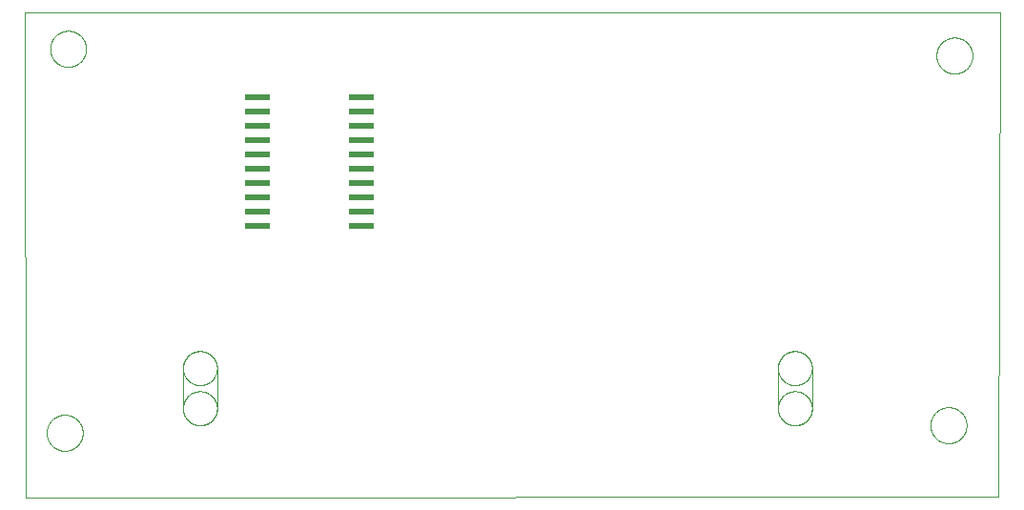
<source format=gtp>
G75*
%MOIN*%
%OFA0B0*%
%FSLAX25Y25*%
%IPPOS*%
%LPD*%
%AMOC8*
5,1,8,0,0,1.08239X$1,22.5*
%
%ADD10C,0.00000*%
%ADD11C,0.00009*%
%ADD12R,0.08661X0.02362*%
D10*
X0002378Y0001591D02*
X0001984Y0171394D01*
X0343008Y0171394D01*
X0342614Y0001984D01*
X0002378Y0001591D01*
X0009780Y0024346D02*
X0009782Y0024504D01*
X0009788Y0024662D01*
X0009798Y0024820D01*
X0009812Y0024978D01*
X0009830Y0025135D01*
X0009851Y0025292D01*
X0009877Y0025448D01*
X0009907Y0025604D01*
X0009940Y0025759D01*
X0009978Y0025912D01*
X0010019Y0026065D01*
X0010064Y0026217D01*
X0010113Y0026368D01*
X0010166Y0026517D01*
X0010222Y0026665D01*
X0010282Y0026811D01*
X0010346Y0026956D01*
X0010414Y0027099D01*
X0010485Y0027241D01*
X0010559Y0027381D01*
X0010637Y0027518D01*
X0010719Y0027654D01*
X0010803Y0027788D01*
X0010892Y0027919D01*
X0010983Y0028048D01*
X0011078Y0028175D01*
X0011175Y0028300D01*
X0011276Y0028422D01*
X0011380Y0028541D01*
X0011487Y0028658D01*
X0011597Y0028772D01*
X0011710Y0028883D01*
X0011825Y0028992D01*
X0011943Y0029097D01*
X0012064Y0029199D01*
X0012187Y0029299D01*
X0012313Y0029395D01*
X0012441Y0029488D01*
X0012571Y0029578D01*
X0012704Y0029664D01*
X0012839Y0029748D01*
X0012975Y0029827D01*
X0013114Y0029904D01*
X0013255Y0029976D01*
X0013397Y0030046D01*
X0013541Y0030111D01*
X0013687Y0030173D01*
X0013834Y0030231D01*
X0013983Y0030286D01*
X0014133Y0030337D01*
X0014284Y0030384D01*
X0014436Y0030427D01*
X0014589Y0030466D01*
X0014744Y0030502D01*
X0014899Y0030533D01*
X0015055Y0030561D01*
X0015211Y0030585D01*
X0015368Y0030605D01*
X0015526Y0030621D01*
X0015683Y0030633D01*
X0015842Y0030641D01*
X0016000Y0030645D01*
X0016158Y0030645D01*
X0016316Y0030641D01*
X0016475Y0030633D01*
X0016632Y0030621D01*
X0016790Y0030605D01*
X0016947Y0030585D01*
X0017103Y0030561D01*
X0017259Y0030533D01*
X0017414Y0030502D01*
X0017569Y0030466D01*
X0017722Y0030427D01*
X0017874Y0030384D01*
X0018025Y0030337D01*
X0018175Y0030286D01*
X0018324Y0030231D01*
X0018471Y0030173D01*
X0018617Y0030111D01*
X0018761Y0030046D01*
X0018903Y0029976D01*
X0019044Y0029904D01*
X0019183Y0029827D01*
X0019319Y0029748D01*
X0019454Y0029664D01*
X0019587Y0029578D01*
X0019717Y0029488D01*
X0019845Y0029395D01*
X0019971Y0029299D01*
X0020094Y0029199D01*
X0020215Y0029097D01*
X0020333Y0028992D01*
X0020448Y0028883D01*
X0020561Y0028772D01*
X0020671Y0028658D01*
X0020778Y0028541D01*
X0020882Y0028422D01*
X0020983Y0028300D01*
X0021080Y0028175D01*
X0021175Y0028048D01*
X0021266Y0027919D01*
X0021355Y0027788D01*
X0021439Y0027654D01*
X0021521Y0027518D01*
X0021599Y0027381D01*
X0021673Y0027241D01*
X0021744Y0027099D01*
X0021812Y0026956D01*
X0021876Y0026811D01*
X0021936Y0026665D01*
X0021992Y0026517D01*
X0022045Y0026368D01*
X0022094Y0026217D01*
X0022139Y0026065D01*
X0022180Y0025912D01*
X0022218Y0025759D01*
X0022251Y0025604D01*
X0022281Y0025448D01*
X0022307Y0025292D01*
X0022328Y0025135D01*
X0022346Y0024978D01*
X0022360Y0024820D01*
X0022370Y0024662D01*
X0022376Y0024504D01*
X0022378Y0024346D01*
X0022376Y0024188D01*
X0022370Y0024030D01*
X0022360Y0023872D01*
X0022346Y0023714D01*
X0022328Y0023557D01*
X0022307Y0023400D01*
X0022281Y0023244D01*
X0022251Y0023088D01*
X0022218Y0022933D01*
X0022180Y0022780D01*
X0022139Y0022627D01*
X0022094Y0022475D01*
X0022045Y0022324D01*
X0021992Y0022175D01*
X0021936Y0022027D01*
X0021876Y0021881D01*
X0021812Y0021736D01*
X0021744Y0021593D01*
X0021673Y0021451D01*
X0021599Y0021311D01*
X0021521Y0021174D01*
X0021439Y0021038D01*
X0021355Y0020904D01*
X0021266Y0020773D01*
X0021175Y0020644D01*
X0021080Y0020517D01*
X0020983Y0020392D01*
X0020882Y0020270D01*
X0020778Y0020151D01*
X0020671Y0020034D01*
X0020561Y0019920D01*
X0020448Y0019809D01*
X0020333Y0019700D01*
X0020215Y0019595D01*
X0020094Y0019493D01*
X0019971Y0019393D01*
X0019845Y0019297D01*
X0019717Y0019204D01*
X0019587Y0019114D01*
X0019454Y0019028D01*
X0019319Y0018944D01*
X0019183Y0018865D01*
X0019044Y0018788D01*
X0018903Y0018716D01*
X0018761Y0018646D01*
X0018617Y0018581D01*
X0018471Y0018519D01*
X0018324Y0018461D01*
X0018175Y0018406D01*
X0018025Y0018355D01*
X0017874Y0018308D01*
X0017722Y0018265D01*
X0017569Y0018226D01*
X0017414Y0018190D01*
X0017259Y0018159D01*
X0017103Y0018131D01*
X0016947Y0018107D01*
X0016790Y0018087D01*
X0016632Y0018071D01*
X0016475Y0018059D01*
X0016316Y0018051D01*
X0016158Y0018047D01*
X0016000Y0018047D01*
X0015842Y0018051D01*
X0015683Y0018059D01*
X0015526Y0018071D01*
X0015368Y0018087D01*
X0015211Y0018107D01*
X0015055Y0018131D01*
X0014899Y0018159D01*
X0014744Y0018190D01*
X0014589Y0018226D01*
X0014436Y0018265D01*
X0014284Y0018308D01*
X0014133Y0018355D01*
X0013983Y0018406D01*
X0013834Y0018461D01*
X0013687Y0018519D01*
X0013541Y0018581D01*
X0013397Y0018646D01*
X0013255Y0018716D01*
X0013114Y0018788D01*
X0012975Y0018865D01*
X0012839Y0018944D01*
X0012704Y0019028D01*
X0012571Y0019114D01*
X0012441Y0019204D01*
X0012313Y0019297D01*
X0012187Y0019393D01*
X0012064Y0019493D01*
X0011943Y0019595D01*
X0011825Y0019700D01*
X0011710Y0019809D01*
X0011597Y0019920D01*
X0011487Y0020034D01*
X0011380Y0020151D01*
X0011276Y0020270D01*
X0011175Y0020392D01*
X0011078Y0020517D01*
X0010983Y0020644D01*
X0010892Y0020773D01*
X0010803Y0020904D01*
X0010719Y0021038D01*
X0010637Y0021174D01*
X0010559Y0021311D01*
X0010485Y0021451D01*
X0010414Y0021593D01*
X0010346Y0021736D01*
X0010282Y0021881D01*
X0010222Y0022027D01*
X0010166Y0022175D01*
X0010113Y0022324D01*
X0010064Y0022475D01*
X0010019Y0022627D01*
X0009978Y0022780D01*
X0009940Y0022933D01*
X0009907Y0023088D01*
X0009877Y0023244D01*
X0009851Y0023400D01*
X0009830Y0023557D01*
X0009812Y0023714D01*
X0009798Y0023872D01*
X0009788Y0024030D01*
X0009782Y0024188D01*
X0009780Y0024346D01*
X0057428Y0032921D02*
X0057430Y0033075D01*
X0057436Y0033229D01*
X0057446Y0033382D01*
X0057460Y0033535D01*
X0057478Y0033688D01*
X0057499Y0033840D01*
X0057525Y0033992D01*
X0057555Y0034143D01*
X0057588Y0034293D01*
X0057626Y0034442D01*
X0057667Y0034591D01*
X0057712Y0034738D01*
X0057761Y0034884D01*
X0057814Y0035028D01*
X0057870Y0035171D01*
X0057930Y0035313D01*
X0057994Y0035453D01*
X0058061Y0035591D01*
X0058132Y0035728D01*
X0058206Y0035863D01*
X0058284Y0035995D01*
X0058365Y0036126D01*
X0058450Y0036255D01*
X0058537Y0036381D01*
X0058628Y0036505D01*
X0058723Y0036626D01*
X0058820Y0036746D01*
X0058920Y0036862D01*
X0059024Y0036976D01*
X0059130Y0037087D01*
X0059239Y0037196D01*
X0059351Y0037301D01*
X0059466Y0037404D01*
X0059583Y0037504D01*
X0059703Y0037600D01*
X0059825Y0037694D01*
X0059949Y0037784D01*
X0060076Y0037871D01*
X0060205Y0037955D01*
X0060337Y0038035D01*
X0060470Y0038112D01*
X0060605Y0038185D01*
X0060742Y0038255D01*
X0060881Y0038322D01*
X0061021Y0038384D01*
X0061163Y0038443D01*
X0061307Y0038499D01*
X0061452Y0038551D01*
X0061598Y0038598D01*
X0061745Y0038643D01*
X0061894Y0038683D01*
X0062043Y0038719D01*
X0062194Y0038752D01*
X0062345Y0038781D01*
X0062497Y0038805D01*
X0062649Y0038826D01*
X0062802Y0038843D01*
X0062955Y0038856D01*
X0063109Y0038865D01*
X0063263Y0038870D01*
X0063416Y0038871D01*
X0063570Y0038868D01*
X0063724Y0038861D01*
X0063877Y0038850D01*
X0064031Y0038835D01*
X0064183Y0038816D01*
X0064335Y0038793D01*
X0064487Y0038767D01*
X0064638Y0038736D01*
X0064788Y0038702D01*
X0064937Y0038663D01*
X0065084Y0038621D01*
X0065231Y0038575D01*
X0065377Y0038525D01*
X0065521Y0038472D01*
X0065664Y0038414D01*
X0065805Y0038353D01*
X0065945Y0038289D01*
X0066083Y0038221D01*
X0066219Y0038149D01*
X0066353Y0038074D01*
X0066485Y0037995D01*
X0066615Y0037913D01*
X0066743Y0037828D01*
X0066869Y0037739D01*
X0066992Y0037647D01*
X0067113Y0037552D01*
X0067232Y0037454D01*
X0067348Y0037353D01*
X0067461Y0037249D01*
X0067572Y0037142D01*
X0067679Y0037032D01*
X0067784Y0036919D01*
X0067886Y0036804D01*
X0067985Y0036686D01*
X0068081Y0036566D01*
X0068174Y0036443D01*
X0068263Y0036318D01*
X0068349Y0036191D01*
X0068432Y0036061D01*
X0068512Y0035929D01*
X0068588Y0035796D01*
X0068660Y0035660D01*
X0068729Y0035522D01*
X0068795Y0035383D01*
X0068857Y0035242D01*
X0068915Y0035100D01*
X0068969Y0034956D01*
X0069020Y0034811D01*
X0069067Y0034664D01*
X0069110Y0034517D01*
X0069149Y0034368D01*
X0069185Y0034218D01*
X0069216Y0034068D01*
X0069244Y0033916D01*
X0069268Y0033764D01*
X0069288Y0033612D01*
X0069304Y0033459D01*
X0069316Y0033305D01*
X0069324Y0033152D01*
X0069328Y0032998D01*
X0069328Y0032844D01*
X0069324Y0032690D01*
X0069316Y0032537D01*
X0069304Y0032383D01*
X0069288Y0032230D01*
X0069268Y0032078D01*
X0069244Y0031926D01*
X0069216Y0031774D01*
X0069185Y0031624D01*
X0069149Y0031474D01*
X0069110Y0031325D01*
X0069067Y0031178D01*
X0069020Y0031031D01*
X0068969Y0030886D01*
X0068915Y0030742D01*
X0068857Y0030600D01*
X0068795Y0030459D01*
X0068729Y0030320D01*
X0068660Y0030182D01*
X0068588Y0030046D01*
X0068512Y0029913D01*
X0068432Y0029781D01*
X0068349Y0029651D01*
X0068263Y0029524D01*
X0068174Y0029399D01*
X0068081Y0029276D01*
X0067985Y0029156D01*
X0067886Y0029038D01*
X0067784Y0028923D01*
X0067679Y0028810D01*
X0067572Y0028700D01*
X0067461Y0028593D01*
X0067348Y0028489D01*
X0067232Y0028388D01*
X0067113Y0028290D01*
X0066992Y0028195D01*
X0066869Y0028103D01*
X0066743Y0028014D01*
X0066615Y0027929D01*
X0066485Y0027847D01*
X0066353Y0027768D01*
X0066219Y0027693D01*
X0066083Y0027621D01*
X0065945Y0027553D01*
X0065805Y0027489D01*
X0065664Y0027428D01*
X0065521Y0027370D01*
X0065377Y0027317D01*
X0065231Y0027267D01*
X0065084Y0027221D01*
X0064937Y0027179D01*
X0064788Y0027140D01*
X0064638Y0027106D01*
X0064487Y0027075D01*
X0064335Y0027049D01*
X0064183Y0027026D01*
X0064031Y0027007D01*
X0063877Y0026992D01*
X0063724Y0026981D01*
X0063570Y0026974D01*
X0063416Y0026971D01*
X0063263Y0026972D01*
X0063109Y0026977D01*
X0062955Y0026986D01*
X0062802Y0026999D01*
X0062649Y0027016D01*
X0062497Y0027037D01*
X0062345Y0027061D01*
X0062194Y0027090D01*
X0062043Y0027123D01*
X0061894Y0027159D01*
X0061745Y0027199D01*
X0061598Y0027244D01*
X0061452Y0027291D01*
X0061307Y0027343D01*
X0061163Y0027399D01*
X0061021Y0027458D01*
X0060881Y0027520D01*
X0060742Y0027587D01*
X0060605Y0027657D01*
X0060470Y0027730D01*
X0060337Y0027807D01*
X0060205Y0027887D01*
X0060076Y0027971D01*
X0059949Y0028058D01*
X0059825Y0028148D01*
X0059703Y0028242D01*
X0059583Y0028338D01*
X0059466Y0028438D01*
X0059351Y0028541D01*
X0059239Y0028646D01*
X0059130Y0028755D01*
X0059024Y0028866D01*
X0058920Y0028980D01*
X0058820Y0029096D01*
X0058723Y0029216D01*
X0058628Y0029337D01*
X0058537Y0029461D01*
X0058450Y0029587D01*
X0058365Y0029716D01*
X0058284Y0029847D01*
X0058206Y0029979D01*
X0058132Y0030114D01*
X0058061Y0030251D01*
X0057994Y0030389D01*
X0057930Y0030529D01*
X0057870Y0030671D01*
X0057814Y0030814D01*
X0057761Y0030958D01*
X0057712Y0031104D01*
X0057667Y0031251D01*
X0057626Y0031400D01*
X0057588Y0031549D01*
X0057555Y0031699D01*
X0057525Y0031850D01*
X0057499Y0032002D01*
X0057478Y0032154D01*
X0057460Y0032307D01*
X0057446Y0032460D01*
X0057436Y0032613D01*
X0057430Y0032767D01*
X0057428Y0032921D01*
X0057378Y0032921D02*
X0057380Y0032768D01*
X0057386Y0032615D01*
X0057396Y0032462D01*
X0057409Y0032309D01*
X0057427Y0032157D01*
X0057448Y0032005D01*
X0057474Y0031854D01*
X0057503Y0031704D01*
X0057536Y0031554D01*
X0057573Y0031405D01*
X0057613Y0031257D01*
X0057658Y0031111D01*
X0057706Y0030965D01*
X0057758Y0030821D01*
X0057813Y0030678D01*
X0057872Y0030537D01*
X0057935Y0030397D01*
X0058001Y0030259D01*
X0058071Y0030122D01*
X0058144Y0029988D01*
X0058221Y0029855D01*
X0058301Y0029724D01*
X0058384Y0029596D01*
X0058470Y0029469D01*
X0058560Y0029345D01*
X0058653Y0029223D01*
X0058749Y0029104D01*
X0058848Y0028987D01*
X0058950Y0028872D01*
X0059055Y0028760D01*
X0059163Y0028651D01*
X0059273Y0028545D01*
X0059386Y0028442D01*
X0059502Y0028341D01*
X0059620Y0028244D01*
X0059741Y0028149D01*
X0059864Y0028058D01*
X0059989Y0027970D01*
X0060117Y0027885D01*
X0060246Y0027803D01*
X0060378Y0027725D01*
X0060512Y0027650D01*
X0060647Y0027578D01*
X0060785Y0027510D01*
X0060924Y0027446D01*
X0061064Y0027385D01*
X0061206Y0027328D01*
X0061350Y0027274D01*
X0061495Y0027224D01*
X0061641Y0027178D01*
X0061788Y0027135D01*
X0061936Y0027097D01*
X0062086Y0027062D01*
X0062236Y0027031D01*
X0062386Y0027003D01*
X0062538Y0026980D01*
X0062690Y0026961D01*
X0062842Y0026945D01*
X0062995Y0026933D01*
X0063148Y0026925D01*
X0063301Y0026921D01*
X0063455Y0026921D01*
X0063608Y0026925D01*
X0063761Y0026933D01*
X0063914Y0026945D01*
X0064066Y0026961D01*
X0064218Y0026980D01*
X0064370Y0027003D01*
X0064520Y0027031D01*
X0064670Y0027062D01*
X0064820Y0027097D01*
X0064968Y0027135D01*
X0065115Y0027178D01*
X0065261Y0027224D01*
X0065406Y0027274D01*
X0065550Y0027328D01*
X0065692Y0027385D01*
X0065832Y0027446D01*
X0065971Y0027510D01*
X0066109Y0027578D01*
X0066244Y0027650D01*
X0066378Y0027725D01*
X0066510Y0027803D01*
X0066639Y0027885D01*
X0066767Y0027970D01*
X0066892Y0028058D01*
X0067015Y0028149D01*
X0067136Y0028244D01*
X0067254Y0028341D01*
X0067370Y0028442D01*
X0067483Y0028545D01*
X0067593Y0028651D01*
X0067701Y0028760D01*
X0067806Y0028872D01*
X0067908Y0028987D01*
X0068007Y0029104D01*
X0068103Y0029223D01*
X0068196Y0029345D01*
X0068286Y0029469D01*
X0068372Y0029596D01*
X0068455Y0029724D01*
X0068535Y0029855D01*
X0068612Y0029988D01*
X0068685Y0030122D01*
X0068755Y0030259D01*
X0068821Y0030397D01*
X0068884Y0030537D01*
X0068943Y0030678D01*
X0068998Y0030821D01*
X0069050Y0030965D01*
X0069098Y0031111D01*
X0069143Y0031257D01*
X0069183Y0031405D01*
X0069220Y0031554D01*
X0069253Y0031704D01*
X0069282Y0031854D01*
X0069308Y0032005D01*
X0069329Y0032157D01*
X0069347Y0032309D01*
X0069360Y0032462D01*
X0069370Y0032615D01*
X0069376Y0032768D01*
X0069378Y0032921D01*
X0057428Y0046921D02*
X0057430Y0047075D01*
X0057436Y0047229D01*
X0057446Y0047382D01*
X0057460Y0047535D01*
X0057478Y0047688D01*
X0057499Y0047840D01*
X0057525Y0047992D01*
X0057555Y0048143D01*
X0057588Y0048293D01*
X0057626Y0048442D01*
X0057667Y0048591D01*
X0057712Y0048738D01*
X0057761Y0048884D01*
X0057814Y0049028D01*
X0057870Y0049171D01*
X0057930Y0049313D01*
X0057994Y0049453D01*
X0058061Y0049591D01*
X0058132Y0049728D01*
X0058206Y0049863D01*
X0058284Y0049995D01*
X0058365Y0050126D01*
X0058450Y0050255D01*
X0058537Y0050381D01*
X0058628Y0050505D01*
X0058723Y0050626D01*
X0058820Y0050746D01*
X0058920Y0050862D01*
X0059024Y0050976D01*
X0059130Y0051087D01*
X0059239Y0051196D01*
X0059351Y0051301D01*
X0059466Y0051404D01*
X0059583Y0051504D01*
X0059703Y0051600D01*
X0059825Y0051694D01*
X0059949Y0051784D01*
X0060076Y0051871D01*
X0060205Y0051955D01*
X0060337Y0052035D01*
X0060470Y0052112D01*
X0060605Y0052185D01*
X0060742Y0052255D01*
X0060881Y0052322D01*
X0061021Y0052384D01*
X0061163Y0052443D01*
X0061307Y0052499D01*
X0061452Y0052551D01*
X0061598Y0052598D01*
X0061745Y0052643D01*
X0061894Y0052683D01*
X0062043Y0052719D01*
X0062194Y0052752D01*
X0062345Y0052781D01*
X0062497Y0052805D01*
X0062649Y0052826D01*
X0062802Y0052843D01*
X0062955Y0052856D01*
X0063109Y0052865D01*
X0063263Y0052870D01*
X0063416Y0052871D01*
X0063570Y0052868D01*
X0063724Y0052861D01*
X0063877Y0052850D01*
X0064031Y0052835D01*
X0064183Y0052816D01*
X0064335Y0052793D01*
X0064487Y0052767D01*
X0064638Y0052736D01*
X0064788Y0052702D01*
X0064937Y0052663D01*
X0065084Y0052621D01*
X0065231Y0052575D01*
X0065377Y0052525D01*
X0065521Y0052472D01*
X0065664Y0052414D01*
X0065805Y0052353D01*
X0065945Y0052289D01*
X0066083Y0052221D01*
X0066219Y0052149D01*
X0066353Y0052074D01*
X0066485Y0051995D01*
X0066615Y0051913D01*
X0066743Y0051828D01*
X0066869Y0051739D01*
X0066992Y0051647D01*
X0067113Y0051552D01*
X0067232Y0051454D01*
X0067348Y0051353D01*
X0067461Y0051249D01*
X0067572Y0051142D01*
X0067679Y0051032D01*
X0067784Y0050919D01*
X0067886Y0050804D01*
X0067985Y0050686D01*
X0068081Y0050566D01*
X0068174Y0050443D01*
X0068263Y0050318D01*
X0068349Y0050191D01*
X0068432Y0050061D01*
X0068512Y0049929D01*
X0068588Y0049796D01*
X0068660Y0049660D01*
X0068729Y0049522D01*
X0068795Y0049383D01*
X0068857Y0049242D01*
X0068915Y0049100D01*
X0068969Y0048956D01*
X0069020Y0048811D01*
X0069067Y0048664D01*
X0069110Y0048517D01*
X0069149Y0048368D01*
X0069185Y0048218D01*
X0069216Y0048068D01*
X0069244Y0047916D01*
X0069268Y0047764D01*
X0069288Y0047612D01*
X0069304Y0047459D01*
X0069316Y0047305D01*
X0069324Y0047152D01*
X0069328Y0046998D01*
X0069328Y0046844D01*
X0069324Y0046690D01*
X0069316Y0046537D01*
X0069304Y0046383D01*
X0069288Y0046230D01*
X0069268Y0046078D01*
X0069244Y0045926D01*
X0069216Y0045774D01*
X0069185Y0045624D01*
X0069149Y0045474D01*
X0069110Y0045325D01*
X0069067Y0045178D01*
X0069020Y0045031D01*
X0068969Y0044886D01*
X0068915Y0044742D01*
X0068857Y0044600D01*
X0068795Y0044459D01*
X0068729Y0044320D01*
X0068660Y0044182D01*
X0068588Y0044046D01*
X0068512Y0043913D01*
X0068432Y0043781D01*
X0068349Y0043651D01*
X0068263Y0043524D01*
X0068174Y0043399D01*
X0068081Y0043276D01*
X0067985Y0043156D01*
X0067886Y0043038D01*
X0067784Y0042923D01*
X0067679Y0042810D01*
X0067572Y0042700D01*
X0067461Y0042593D01*
X0067348Y0042489D01*
X0067232Y0042388D01*
X0067113Y0042290D01*
X0066992Y0042195D01*
X0066869Y0042103D01*
X0066743Y0042014D01*
X0066615Y0041929D01*
X0066485Y0041847D01*
X0066353Y0041768D01*
X0066219Y0041693D01*
X0066083Y0041621D01*
X0065945Y0041553D01*
X0065805Y0041489D01*
X0065664Y0041428D01*
X0065521Y0041370D01*
X0065377Y0041317D01*
X0065231Y0041267D01*
X0065084Y0041221D01*
X0064937Y0041179D01*
X0064788Y0041140D01*
X0064638Y0041106D01*
X0064487Y0041075D01*
X0064335Y0041049D01*
X0064183Y0041026D01*
X0064031Y0041007D01*
X0063877Y0040992D01*
X0063724Y0040981D01*
X0063570Y0040974D01*
X0063416Y0040971D01*
X0063263Y0040972D01*
X0063109Y0040977D01*
X0062955Y0040986D01*
X0062802Y0040999D01*
X0062649Y0041016D01*
X0062497Y0041037D01*
X0062345Y0041061D01*
X0062194Y0041090D01*
X0062043Y0041123D01*
X0061894Y0041159D01*
X0061745Y0041199D01*
X0061598Y0041244D01*
X0061452Y0041291D01*
X0061307Y0041343D01*
X0061163Y0041399D01*
X0061021Y0041458D01*
X0060881Y0041520D01*
X0060742Y0041587D01*
X0060605Y0041657D01*
X0060470Y0041730D01*
X0060337Y0041807D01*
X0060205Y0041887D01*
X0060076Y0041971D01*
X0059949Y0042058D01*
X0059825Y0042148D01*
X0059703Y0042242D01*
X0059583Y0042338D01*
X0059466Y0042438D01*
X0059351Y0042541D01*
X0059239Y0042646D01*
X0059130Y0042755D01*
X0059024Y0042866D01*
X0058920Y0042980D01*
X0058820Y0043096D01*
X0058723Y0043216D01*
X0058628Y0043337D01*
X0058537Y0043461D01*
X0058450Y0043587D01*
X0058365Y0043716D01*
X0058284Y0043847D01*
X0058206Y0043979D01*
X0058132Y0044114D01*
X0058061Y0044251D01*
X0057994Y0044389D01*
X0057930Y0044529D01*
X0057870Y0044671D01*
X0057814Y0044814D01*
X0057761Y0044958D01*
X0057712Y0045104D01*
X0057667Y0045251D01*
X0057626Y0045400D01*
X0057588Y0045549D01*
X0057555Y0045699D01*
X0057525Y0045850D01*
X0057499Y0046002D01*
X0057478Y0046154D01*
X0057460Y0046307D01*
X0057446Y0046460D01*
X0057436Y0046613D01*
X0057430Y0046767D01*
X0057428Y0046921D01*
X0057378Y0046921D02*
X0057380Y0047074D01*
X0057386Y0047227D01*
X0057396Y0047380D01*
X0057409Y0047533D01*
X0057427Y0047685D01*
X0057448Y0047837D01*
X0057474Y0047988D01*
X0057503Y0048138D01*
X0057536Y0048288D01*
X0057573Y0048437D01*
X0057613Y0048585D01*
X0057658Y0048731D01*
X0057706Y0048877D01*
X0057758Y0049021D01*
X0057813Y0049164D01*
X0057872Y0049305D01*
X0057935Y0049445D01*
X0058001Y0049583D01*
X0058071Y0049720D01*
X0058144Y0049854D01*
X0058221Y0049987D01*
X0058301Y0050118D01*
X0058384Y0050246D01*
X0058470Y0050373D01*
X0058560Y0050497D01*
X0058653Y0050619D01*
X0058749Y0050738D01*
X0058848Y0050855D01*
X0058950Y0050970D01*
X0059055Y0051082D01*
X0059163Y0051191D01*
X0059273Y0051297D01*
X0059386Y0051400D01*
X0059502Y0051501D01*
X0059620Y0051598D01*
X0059741Y0051693D01*
X0059864Y0051784D01*
X0059989Y0051872D01*
X0060117Y0051957D01*
X0060246Y0052039D01*
X0060378Y0052117D01*
X0060512Y0052192D01*
X0060647Y0052264D01*
X0060785Y0052332D01*
X0060924Y0052396D01*
X0061064Y0052457D01*
X0061206Y0052514D01*
X0061350Y0052568D01*
X0061495Y0052618D01*
X0061641Y0052664D01*
X0061788Y0052707D01*
X0061936Y0052745D01*
X0062086Y0052780D01*
X0062236Y0052811D01*
X0062386Y0052839D01*
X0062538Y0052862D01*
X0062690Y0052881D01*
X0062842Y0052897D01*
X0062995Y0052909D01*
X0063148Y0052917D01*
X0063301Y0052921D01*
X0063455Y0052921D01*
X0063608Y0052917D01*
X0063761Y0052909D01*
X0063914Y0052897D01*
X0064066Y0052881D01*
X0064218Y0052862D01*
X0064370Y0052839D01*
X0064520Y0052811D01*
X0064670Y0052780D01*
X0064820Y0052745D01*
X0064968Y0052707D01*
X0065115Y0052664D01*
X0065261Y0052618D01*
X0065406Y0052568D01*
X0065550Y0052514D01*
X0065692Y0052457D01*
X0065832Y0052396D01*
X0065971Y0052332D01*
X0066109Y0052264D01*
X0066244Y0052192D01*
X0066378Y0052117D01*
X0066510Y0052039D01*
X0066639Y0051957D01*
X0066767Y0051872D01*
X0066892Y0051784D01*
X0067015Y0051693D01*
X0067136Y0051598D01*
X0067254Y0051501D01*
X0067370Y0051400D01*
X0067483Y0051297D01*
X0067593Y0051191D01*
X0067701Y0051082D01*
X0067806Y0050970D01*
X0067908Y0050855D01*
X0068007Y0050738D01*
X0068103Y0050619D01*
X0068196Y0050497D01*
X0068286Y0050373D01*
X0068372Y0050246D01*
X0068455Y0050118D01*
X0068535Y0049987D01*
X0068612Y0049854D01*
X0068685Y0049720D01*
X0068755Y0049583D01*
X0068821Y0049445D01*
X0068884Y0049305D01*
X0068943Y0049164D01*
X0068998Y0049021D01*
X0069050Y0048877D01*
X0069098Y0048731D01*
X0069143Y0048585D01*
X0069183Y0048437D01*
X0069220Y0048288D01*
X0069253Y0048138D01*
X0069282Y0047988D01*
X0069308Y0047837D01*
X0069329Y0047685D01*
X0069347Y0047533D01*
X0069360Y0047380D01*
X0069370Y0047227D01*
X0069376Y0047074D01*
X0069378Y0046921D01*
X0265428Y0046921D02*
X0265430Y0047075D01*
X0265436Y0047229D01*
X0265446Y0047382D01*
X0265460Y0047535D01*
X0265478Y0047688D01*
X0265499Y0047840D01*
X0265525Y0047992D01*
X0265555Y0048143D01*
X0265588Y0048293D01*
X0265626Y0048442D01*
X0265667Y0048591D01*
X0265712Y0048738D01*
X0265761Y0048884D01*
X0265814Y0049028D01*
X0265870Y0049171D01*
X0265930Y0049313D01*
X0265994Y0049453D01*
X0266061Y0049591D01*
X0266132Y0049728D01*
X0266206Y0049863D01*
X0266284Y0049995D01*
X0266365Y0050126D01*
X0266450Y0050255D01*
X0266537Y0050381D01*
X0266628Y0050505D01*
X0266723Y0050626D01*
X0266820Y0050746D01*
X0266920Y0050862D01*
X0267024Y0050976D01*
X0267130Y0051087D01*
X0267239Y0051196D01*
X0267351Y0051301D01*
X0267466Y0051404D01*
X0267583Y0051504D01*
X0267703Y0051600D01*
X0267825Y0051694D01*
X0267949Y0051784D01*
X0268076Y0051871D01*
X0268205Y0051955D01*
X0268337Y0052035D01*
X0268470Y0052112D01*
X0268605Y0052185D01*
X0268742Y0052255D01*
X0268881Y0052322D01*
X0269021Y0052384D01*
X0269163Y0052443D01*
X0269307Y0052499D01*
X0269452Y0052551D01*
X0269598Y0052598D01*
X0269745Y0052643D01*
X0269894Y0052683D01*
X0270043Y0052719D01*
X0270194Y0052752D01*
X0270345Y0052781D01*
X0270497Y0052805D01*
X0270649Y0052826D01*
X0270802Y0052843D01*
X0270955Y0052856D01*
X0271109Y0052865D01*
X0271263Y0052870D01*
X0271416Y0052871D01*
X0271570Y0052868D01*
X0271724Y0052861D01*
X0271877Y0052850D01*
X0272031Y0052835D01*
X0272183Y0052816D01*
X0272335Y0052793D01*
X0272487Y0052767D01*
X0272638Y0052736D01*
X0272788Y0052702D01*
X0272937Y0052663D01*
X0273084Y0052621D01*
X0273231Y0052575D01*
X0273377Y0052525D01*
X0273521Y0052472D01*
X0273664Y0052414D01*
X0273805Y0052353D01*
X0273945Y0052289D01*
X0274083Y0052221D01*
X0274219Y0052149D01*
X0274353Y0052074D01*
X0274485Y0051995D01*
X0274615Y0051913D01*
X0274743Y0051828D01*
X0274869Y0051739D01*
X0274992Y0051647D01*
X0275113Y0051552D01*
X0275232Y0051454D01*
X0275348Y0051353D01*
X0275461Y0051249D01*
X0275572Y0051142D01*
X0275679Y0051032D01*
X0275784Y0050919D01*
X0275886Y0050804D01*
X0275985Y0050686D01*
X0276081Y0050566D01*
X0276174Y0050443D01*
X0276263Y0050318D01*
X0276349Y0050191D01*
X0276432Y0050061D01*
X0276512Y0049929D01*
X0276588Y0049796D01*
X0276660Y0049660D01*
X0276729Y0049522D01*
X0276795Y0049383D01*
X0276857Y0049242D01*
X0276915Y0049100D01*
X0276969Y0048956D01*
X0277020Y0048811D01*
X0277067Y0048664D01*
X0277110Y0048517D01*
X0277149Y0048368D01*
X0277185Y0048218D01*
X0277216Y0048068D01*
X0277244Y0047916D01*
X0277268Y0047764D01*
X0277288Y0047612D01*
X0277304Y0047459D01*
X0277316Y0047305D01*
X0277324Y0047152D01*
X0277328Y0046998D01*
X0277328Y0046844D01*
X0277324Y0046690D01*
X0277316Y0046537D01*
X0277304Y0046383D01*
X0277288Y0046230D01*
X0277268Y0046078D01*
X0277244Y0045926D01*
X0277216Y0045774D01*
X0277185Y0045624D01*
X0277149Y0045474D01*
X0277110Y0045325D01*
X0277067Y0045178D01*
X0277020Y0045031D01*
X0276969Y0044886D01*
X0276915Y0044742D01*
X0276857Y0044600D01*
X0276795Y0044459D01*
X0276729Y0044320D01*
X0276660Y0044182D01*
X0276588Y0044046D01*
X0276512Y0043913D01*
X0276432Y0043781D01*
X0276349Y0043651D01*
X0276263Y0043524D01*
X0276174Y0043399D01*
X0276081Y0043276D01*
X0275985Y0043156D01*
X0275886Y0043038D01*
X0275784Y0042923D01*
X0275679Y0042810D01*
X0275572Y0042700D01*
X0275461Y0042593D01*
X0275348Y0042489D01*
X0275232Y0042388D01*
X0275113Y0042290D01*
X0274992Y0042195D01*
X0274869Y0042103D01*
X0274743Y0042014D01*
X0274615Y0041929D01*
X0274485Y0041847D01*
X0274353Y0041768D01*
X0274219Y0041693D01*
X0274083Y0041621D01*
X0273945Y0041553D01*
X0273805Y0041489D01*
X0273664Y0041428D01*
X0273521Y0041370D01*
X0273377Y0041317D01*
X0273231Y0041267D01*
X0273084Y0041221D01*
X0272937Y0041179D01*
X0272788Y0041140D01*
X0272638Y0041106D01*
X0272487Y0041075D01*
X0272335Y0041049D01*
X0272183Y0041026D01*
X0272031Y0041007D01*
X0271877Y0040992D01*
X0271724Y0040981D01*
X0271570Y0040974D01*
X0271416Y0040971D01*
X0271263Y0040972D01*
X0271109Y0040977D01*
X0270955Y0040986D01*
X0270802Y0040999D01*
X0270649Y0041016D01*
X0270497Y0041037D01*
X0270345Y0041061D01*
X0270194Y0041090D01*
X0270043Y0041123D01*
X0269894Y0041159D01*
X0269745Y0041199D01*
X0269598Y0041244D01*
X0269452Y0041291D01*
X0269307Y0041343D01*
X0269163Y0041399D01*
X0269021Y0041458D01*
X0268881Y0041520D01*
X0268742Y0041587D01*
X0268605Y0041657D01*
X0268470Y0041730D01*
X0268337Y0041807D01*
X0268205Y0041887D01*
X0268076Y0041971D01*
X0267949Y0042058D01*
X0267825Y0042148D01*
X0267703Y0042242D01*
X0267583Y0042338D01*
X0267466Y0042438D01*
X0267351Y0042541D01*
X0267239Y0042646D01*
X0267130Y0042755D01*
X0267024Y0042866D01*
X0266920Y0042980D01*
X0266820Y0043096D01*
X0266723Y0043216D01*
X0266628Y0043337D01*
X0266537Y0043461D01*
X0266450Y0043587D01*
X0266365Y0043716D01*
X0266284Y0043847D01*
X0266206Y0043979D01*
X0266132Y0044114D01*
X0266061Y0044251D01*
X0265994Y0044389D01*
X0265930Y0044529D01*
X0265870Y0044671D01*
X0265814Y0044814D01*
X0265761Y0044958D01*
X0265712Y0045104D01*
X0265667Y0045251D01*
X0265626Y0045400D01*
X0265588Y0045549D01*
X0265555Y0045699D01*
X0265525Y0045850D01*
X0265499Y0046002D01*
X0265478Y0046154D01*
X0265460Y0046307D01*
X0265446Y0046460D01*
X0265436Y0046613D01*
X0265430Y0046767D01*
X0265428Y0046921D01*
X0265378Y0046921D02*
X0265380Y0047074D01*
X0265386Y0047227D01*
X0265396Y0047380D01*
X0265409Y0047533D01*
X0265427Y0047685D01*
X0265448Y0047837D01*
X0265474Y0047988D01*
X0265503Y0048138D01*
X0265536Y0048288D01*
X0265573Y0048437D01*
X0265613Y0048585D01*
X0265658Y0048731D01*
X0265706Y0048877D01*
X0265758Y0049021D01*
X0265813Y0049164D01*
X0265872Y0049305D01*
X0265935Y0049445D01*
X0266001Y0049583D01*
X0266071Y0049720D01*
X0266144Y0049854D01*
X0266221Y0049987D01*
X0266301Y0050118D01*
X0266384Y0050246D01*
X0266470Y0050373D01*
X0266560Y0050497D01*
X0266653Y0050619D01*
X0266749Y0050738D01*
X0266848Y0050855D01*
X0266950Y0050970D01*
X0267055Y0051082D01*
X0267163Y0051191D01*
X0267273Y0051297D01*
X0267386Y0051400D01*
X0267502Y0051501D01*
X0267620Y0051598D01*
X0267741Y0051693D01*
X0267864Y0051784D01*
X0267989Y0051872D01*
X0268117Y0051957D01*
X0268246Y0052039D01*
X0268378Y0052117D01*
X0268512Y0052192D01*
X0268647Y0052264D01*
X0268785Y0052332D01*
X0268924Y0052396D01*
X0269064Y0052457D01*
X0269206Y0052514D01*
X0269350Y0052568D01*
X0269495Y0052618D01*
X0269641Y0052664D01*
X0269788Y0052707D01*
X0269936Y0052745D01*
X0270086Y0052780D01*
X0270236Y0052811D01*
X0270386Y0052839D01*
X0270538Y0052862D01*
X0270690Y0052881D01*
X0270842Y0052897D01*
X0270995Y0052909D01*
X0271148Y0052917D01*
X0271301Y0052921D01*
X0271455Y0052921D01*
X0271608Y0052917D01*
X0271761Y0052909D01*
X0271914Y0052897D01*
X0272066Y0052881D01*
X0272218Y0052862D01*
X0272370Y0052839D01*
X0272520Y0052811D01*
X0272670Y0052780D01*
X0272820Y0052745D01*
X0272968Y0052707D01*
X0273115Y0052664D01*
X0273261Y0052618D01*
X0273406Y0052568D01*
X0273550Y0052514D01*
X0273692Y0052457D01*
X0273832Y0052396D01*
X0273971Y0052332D01*
X0274109Y0052264D01*
X0274244Y0052192D01*
X0274378Y0052117D01*
X0274510Y0052039D01*
X0274639Y0051957D01*
X0274767Y0051872D01*
X0274892Y0051784D01*
X0275015Y0051693D01*
X0275136Y0051598D01*
X0275254Y0051501D01*
X0275370Y0051400D01*
X0275483Y0051297D01*
X0275593Y0051191D01*
X0275701Y0051082D01*
X0275806Y0050970D01*
X0275908Y0050855D01*
X0276007Y0050738D01*
X0276103Y0050619D01*
X0276196Y0050497D01*
X0276286Y0050373D01*
X0276372Y0050246D01*
X0276455Y0050118D01*
X0276535Y0049987D01*
X0276612Y0049854D01*
X0276685Y0049720D01*
X0276755Y0049583D01*
X0276821Y0049445D01*
X0276884Y0049305D01*
X0276943Y0049164D01*
X0276998Y0049021D01*
X0277050Y0048877D01*
X0277098Y0048731D01*
X0277143Y0048585D01*
X0277183Y0048437D01*
X0277220Y0048288D01*
X0277253Y0048138D01*
X0277282Y0047988D01*
X0277308Y0047837D01*
X0277329Y0047685D01*
X0277347Y0047533D01*
X0277360Y0047380D01*
X0277370Y0047227D01*
X0277376Y0047074D01*
X0277378Y0046921D01*
X0265428Y0032921D02*
X0265430Y0033075D01*
X0265436Y0033229D01*
X0265446Y0033382D01*
X0265460Y0033535D01*
X0265478Y0033688D01*
X0265499Y0033840D01*
X0265525Y0033992D01*
X0265555Y0034143D01*
X0265588Y0034293D01*
X0265626Y0034442D01*
X0265667Y0034591D01*
X0265712Y0034738D01*
X0265761Y0034884D01*
X0265814Y0035028D01*
X0265870Y0035171D01*
X0265930Y0035313D01*
X0265994Y0035453D01*
X0266061Y0035591D01*
X0266132Y0035728D01*
X0266206Y0035863D01*
X0266284Y0035995D01*
X0266365Y0036126D01*
X0266450Y0036255D01*
X0266537Y0036381D01*
X0266628Y0036505D01*
X0266723Y0036626D01*
X0266820Y0036746D01*
X0266920Y0036862D01*
X0267024Y0036976D01*
X0267130Y0037087D01*
X0267239Y0037196D01*
X0267351Y0037301D01*
X0267466Y0037404D01*
X0267583Y0037504D01*
X0267703Y0037600D01*
X0267825Y0037694D01*
X0267949Y0037784D01*
X0268076Y0037871D01*
X0268205Y0037955D01*
X0268337Y0038035D01*
X0268470Y0038112D01*
X0268605Y0038185D01*
X0268742Y0038255D01*
X0268881Y0038322D01*
X0269021Y0038384D01*
X0269163Y0038443D01*
X0269307Y0038499D01*
X0269452Y0038551D01*
X0269598Y0038598D01*
X0269745Y0038643D01*
X0269894Y0038683D01*
X0270043Y0038719D01*
X0270194Y0038752D01*
X0270345Y0038781D01*
X0270497Y0038805D01*
X0270649Y0038826D01*
X0270802Y0038843D01*
X0270955Y0038856D01*
X0271109Y0038865D01*
X0271263Y0038870D01*
X0271416Y0038871D01*
X0271570Y0038868D01*
X0271724Y0038861D01*
X0271877Y0038850D01*
X0272031Y0038835D01*
X0272183Y0038816D01*
X0272335Y0038793D01*
X0272487Y0038767D01*
X0272638Y0038736D01*
X0272788Y0038702D01*
X0272937Y0038663D01*
X0273084Y0038621D01*
X0273231Y0038575D01*
X0273377Y0038525D01*
X0273521Y0038472D01*
X0273664Y0038414D01*
X0273805Y0038353D01*
X0273945Y0038289D01*
X0274083Y0038221D01*
X0274219Y0038149D01*
X0274353Y0038074D01*
X0274485Y0037995D01*
X0274615Y0037913D01*
X0274743Y0037828D01*
X0274869Y0037739D01*
X0274992Y0037647D01*
X0275113Y0037552D01*
X0275232Y0037454D01*
X0275348Y0037353D01*
X0275461Y0037249D01*
X0275572Y0037142D01*
X0275679Y0037032D01*
X0275784Y0036919D01*
X0275886Y0036804D01*
X0275985Y0036686D01*
X0276081Y0036566D01*
X0276174Y0036443D01*
X0276263Y0036318D01*
X0276349Y0036191D01*
X0276432Y0036061D01*
X0276512Y0035929D01*
X0276588Y0035796D01*
X0276660Y0035660D01*
X0276729Y0035522D01*
X0276795Y0035383D01*
X0276857Y0035242D01*
X0276915Y0035100D01*
X0276969Y0034956D01*
X0277020Y0034811D01*
X0277067Y0034664D01*
X0277110Y0034517D01*
X0277149Y0034368D01*
X0277185Y0034218D01*
X0277216Y0034068D01*
X0277244Y0033916D01*
X0277268Y0033764D01*
X0277288Y0033612D01*
X0277304Y0033459D01*
X0277316Y0033305D01*
X0277324Y0033152D01*
X0277328Y0032998D01*
X0277328Y0032844D01*
X0277324Y0032690D01*
X0277316Y0032537D01*
X0277304Y0032383D01*
X0277288Y0032230D01*
X0277268Y0032078D01*
X0277244Y0031926D01*
X0277216Y0031774D01*
X0277185Y0031624D01*
X0277149Y0031474D01*
X0277110Y0031325D01*
X0277067Y0031178D01*
X0277020Y0031031D01*
X0276969Y0030886D01*
X0276915Y0030742D01*
X0276857Y0030600D01*
X0276795Y0030459D01*
X0276729Y0030320D01*
X0276660Y0030182D01*
X0276588Y0030046D01*
X0276512Y0029913D01*
X0276432Y0029781D01*
X0276349Y0029651D01*
X0276263Y0029524D01*
X0276174Y0029399D01*
X0276081Y0029276D01*
X0275985Y0029156D01*
X0275886Y0029038D01*
X0275784Y0028923D01*
X0275679Y0028810D01*
X0275572Y0028700D01*
X0275461Y0028593D01*
X0275348Y0028489D01*
X0275232Y0028388D01*
X0275113Y0028290D01*
X0274992Y0028195D01*
X0274869Y0028103D01*
X0274743Y0028014D01*
X0274615Y0027929D01*
X0274485Y0027847D01*
X0274353Y0027768D01*
X0274219Y0027693D01*
X0274083Y0027621D01*
X0273945Y0027553D01*
X0273805Y0027489D01*
X0273664Y0027428D01*
X0273521Y0027370D01*
X0273377Y0027317D01*
X0273231Y0027267D01*
X0273084Y0027221D01*
X0272937Y0027179D01*
X0272788Y0027140D01*
X0272638Y0027106D01*
X0272487Y0027075D01*
X0272335Y0027049D01*
X0272183Y0027026D01*
X0272031Y0027007D01*
X0271877Y0026992D01*
X0271724Y0026981D01*
X0271570Y0026974D01*
X0271416Y0026971D01*
X0271263Y0026972D01*
X0271109Y0026977D01*
X0270955Y0026986D01*
X0270802Y0026999D01*
X0270649Y0027016D01*
X0270497Y0027037D01*
X0270345Y0027061D01*
X0270194Y0027090D01*
X0270043Y0027123D01*
X0269894Y0027159D01*
X0269745Y0027199D01*
X0269598Y0027244D01*
X0269452Y0027291D01*
X0269307Y0027343D01*
X0269163Y0027399D01*
X0269021Y0027458D01*
X0268881Y0027520D01*
X0268742Y0027587D01*
X0268605Y0027657D01*
X0268470Y0027730D01*
X0268337Y0027807D01*
X0268205Y0027887D01*
X0268076Y0027971D01*
X0267949Y0028058D01*
X0267825Y0028148D01*
X0267703Y0028242D01*
X0267583Y0028338D01*
X0267466Y0028438D01*
X0267351Y0028541D01*
X0267239Y0028646D01*
X0267130Y0028755D01*
X0267024Y0028866D01*
X0266920Y0028980D01*
X0266820Y0029096D01*
X0266723Y0029216D01*
X0266628Y0029337D01*
X0266537Y0029461D01*
X0266450Y0029587D01*
X0266365Y0029716D01*
X0266284Y0029847D01*
X0266206Y0029979D01*
X0266132Y0030114D01*
X0266061Y0030251D01*
X0265994Y0030389D01*
X0265930Y0030529D01*
X0265870Y0030671D01*
X0265814Y0030814D01*
X0265761Y0030958D01*
X0265712Y0031104D01*
X0265667Y0031251D01*
X0265626Y0031400D01*
X0265588Y0031549D01*
X0265555Y0031699D01*
X0265525Y0031850D01*
X0265499Y0032002D01*
X0265478Y0032154D01*
X0265460Y0032307D01*
X0265446Y0032460D01*
X0265436Y0032613D01*
X0265430Y0032767D01*
X0265428Y0032921D01*
X0265378Y0032921D02*
X0265380Y0032768D01*
X0265386Y0032615D01*
X0265396Y0032462D01*
X0265409Y0032309D01*
X0265427Y0032157D01*
X0265448Y0032005D01*
X0265474Y0031854D01*
X0265503Y0031704D01*
X0265536Y0031554D01*
X0265573Y0031405D01*
X0265613Y0031257D01*
X0265658Y0031111D01*
X0265706Y0030965D01*
X0265758Y0030821D01*
X0265813Y0030678D01*
X0265872Y0030537D01*
X0265935Y0030397D01*
X0266001Y0030259D01*
X0266071Y0030122D01*
X0266144Y0029988D01*
X0266221Y0029855D01*
X0266301Y0029724D01*
X0266384Y0029596D01*
X0266470Y0029469D01*
X0266560Y0029345D01*
X0266653Y0029223D01*
X0266749Y0029104D01*
X0266848Y0028987D01*
X0266950Y0028872D01*
X0267055Y0028760D01*
X0267163Y0028651D01*
X0267273Y0028545D01*
X0267386Y0028442D01*
X0267502Y0028341D01*
X0267620Y0028244D01*
X0267741Y0028149D01*
X0267864Y0028058D01*
X0267989Y0027970D01*
X0268117Y0027885D01*
X0268246Y0027803D01*
X0268378Y0027725D01*
X0268512Y0027650D01*
X0268647Y0027578D01*
X0268785Y0027510D01*
X0268924Y0027446D01*
X0269064Y0027385D01*
X0269206Y0027328D01*
X0269350Y0027274D01*
X0269495Y0027224D01*
X0269641Y0027178D01*
X0269788Y0027135D01*
X0269936Y0027097D01*
X0270086Y0027062D01*
X0270236Y0027031D01*
X0270386Y0027003D01*
X0270538Y0026980D01*
X0270690Y0026961D01*
X0270842Y0026945D01*
X0270995Y0026933D01*
X0271148Y0026925D01*
X0271301Y0026921D01*
X0271455Y0026921D01*
X0271608Y0026925D01*
X0271761Y0026933D01*
X0271914Y0026945D01*
X0272066Y0026961D01*
X0272218Y0026980D01*
X0272370Y0027003D01*
X0272520Y0027031D01*
X0272670Y0027062D01*
X0272820Y0027097D01*
X0272968Y0027135D01*
X0273115Y0027178D01*
X0273261Y0027224D01*
X0273406Y0027274D01*
X0273550Y0027328D01*
X0273692Y0027385D01*
X0273832Y0027446D01*
X0273971Y0027510D01*
X0274109Y0027578D01*
X0274244Y0027650D01*
X0274378Y0027725D01*
X0274510Y0027803D01*
X0274639Y0027885D01*
X0274767Y0027970D01*
X0274892Y0028058D01*
X0275015Y0028149D01*
X0275136Y0028244D01*
X0275254Y0028341D01*
X0275370Y0028442D01*
X0275483Y0028545D01*
X0275593Y0028651D01*
X0275701Y0028760D01*
X0275806Y0028872D01*
X0275908Y0028987D01*
X0276007Y0029104D01*
X0276103Y0029223D01*
X0276196Y0029345D01*
X0276286Y0029469D01*
X0276372Y0029596D01*
X0276455Y0029724D01*
X0276535Y0029855D01*
X0276612Y0029988D01*
X0276685Y0030122D01*
X0276755Y0030259D01*
X0276821Y0030397D01*
X0276884Y0030537D01*
X0276943Y0030678D01*
X0276998Y0030821D01*
X0277050Y0030965D01*
X0277098Y0031111D01*
X0277143Y0031257D01*
X0277183Y0031405D01*
X0277220Y0031554D01*
X0277253Y0031704D01*
X0277282Y0031854D01*
X0277308Y0032005D01*
X0277329Y0032157D01*
X0277347Y0032309D01*
X0277360Y0032462D01*
X0277370Y0032615D01*
X0277376Y0032768D01*
X0277378Y0032921D01*
X0318756Y0026984D02*
X0318758Y0027142D01*
X0318764Y0027300D01*
X0318774Y0027458D01*
X0318788Y0027616D01*
X0318806Y0027773D01*
X0318827Y0027930D01*
X0318853Y0028086D01*
X0318883Y0028242D01*
X0318916Y0028397D01*
X0318954Y0028550D01*
X0318995Y0028703D01*
X0319040Y0028855D01*
X0319089Y0029006D01*
X0319142Y0029155D01*
X0319198Y0029303D01*
X0319258Y0029449D01*
X0319322Y0029594D01*
X0319390Y0029737D01*
X0319461Y0029879D01*
X0319535Y0030019D01*
X0319613Y0030156D01*
X0319695Y0030292D01*
X0319779Y0030426D01*
X0319868Y0030557D01*
X0319959Y0030686D01*
X0320054Y0030813D01*
X0320151Y0030938D01*
X0320252Y0031060D01*
X0320356Y0031179D01*
X0320463Y0031296D01*
X0320573Y0031410D01*
X0320686Y0031521D01*
X0320801Y0031630D01*
X0320919Y0031735D01*
X0321040Y0031837D01*
X0321163Y0031937D01*
X0321289Y0032033D01*
X0321417Y0032126D01*
X0321547Y0032216D01*
X0321680Y0032302D01*
X0321815Y0032386D01*
X0321951Y0032465D01*
X0322090Y0032542D01*
X0322231Y0032614D01*
X0322373Y0032684D01*
X0322517Y0032749D01*
X0322663Y0032811D01*
X0322810Y0032869D01*
X0322959Y0032924D01*
X0323109Y0032975D01*
X0323260Y0033022D01*
X0323412Y0033065D01*
X0323565Y0033104D01*
X0323720Y0033140D01*
X0323875Y0033171D01*
X0324031Y0033199D01*
X0324187Y0033223D01*
X0324344Y0033243D01*
X0324502Y0033259D01*
X0324659Y0033271D01*
X0324818Y0033279D01*
X0324976Y0033283D01*
X0325134Y0033283D01*
X0325292Y0033279D01*
X0325451Y0033271D01*
X0325608Y0033259D01*
X0325766Y0033243D01*
X0325923Y0033223D01*
X0326079Y0033199D01*
X0326235Y0033171D01*
X0326390Y0033140D01*
X0326545Y0033104D01*
X0326698Y0033065D01*
X0326850Y0033022D01*
X0327001Y0032975D01*
X0327151Y0032924D01*
X0327300Y0032869D01*
X0327447Y0032811D01*
X0327593Y0032749D01*
X0327737Y0032684D01*
X0327879Y0032614D01*
X0328020Y0032542D01*
X0328159Y0032465D01*
X0328295Y0032386D01*
X0328430Y0032302D01*
X0328563Y0032216D01*
X0328693Y0032126D01*
X0328821Y0032033D01*
X0328947Y0031937D01*
X0329070Y0031837D01*
X0329191Y0031735D01*
X0329309Y0031630D01*
X0329424Y0031521D01*
X0329537Y0031410D01*
X0329647Y0031296D01*
X0329754Y0031179D01*
X0329858Y0031060D01*
X0329959Y0030938D01*
X0330056Y0030813D01*
X0330151Y0030686D01*
X0330242Y0030557D01*
X0330331Y0030426D01*
X0330415Y0030292D01*
X0330497Y0030156D01*
X0330575Y0030019D01*
X0330649Y0029879D01*
X0330720Y0029737D01*
X0330788Y0029594D01*
X0330852Y0029449D01*
X0330912Y0029303D01*
X0330968Y0029155D01*
X0331021Y0029006D01*
X0331070Y0028855D01*
X0331115Y0028703D01*
X0331156Y0028550D01*
X0331194Y0028397D01*
X0331227Y0028242D01*
X0331257Y0028086D01*
X0331283Y0027930D01*
X0331304Y0027773D01*
X0331322Y0027616D01*
X0331336Y0027458D01*
X0331346Y0027300D01*
X0331352Y0027142D01*
X0331354Y0026984D01*
X0331352Y0026826D01*
X0331346Y0026668D01*
X0331336Y0026510D01*
X0331322Y0026352D01*
X0331304Y0026195D01*
X0331283Y0026038D01*
X0331257Y0025882D01*
X0331227Y0025726D01*
X0331194Y0025571D01*
X0331156Y0025418D01*
X0331115Y0025265D01*
X0331070Y0025113D01*
X0331021Y0024962D01*
X0330968Y0024813D01*
X0330912Y0024665D01*
X0330852Y0024519D01*
X0330788Y0024374D01*
X0330720Y0024231D01*
X0330649Y0024089D01*
X0330575Y0023949D01*
X0330497Y0023812D01*
X0330415Y0023676D01*
X0330331Y0023542D01*
X0330242Y0023411D01*
X0330151Y0023282D01*
X0330056Y0023155D01*
X0329959Y0023030D01*
X0329858Y0022908D01*
X0329754Y0022789D01*
X0329647Y0022672D01*
X0329537Y0022558D01*
X0329424Y0022447D01*
X0329309Y0022338D01*
X0329191Y0022233D01*
X0329070Y0022131D01*
X0328947Y0022031D01*
X0328821Y0021935D01*
X0328693Y0021842D01*
X0328563Y0021752D01*
X0328430Y0021666D01*
X0328295Y0021582D01*
X0328159Y0021503D01*
X0328020Y0021426D01*
X0327879Y0021354D01*
X0327737Y0021284D01*
X0327593Y0021219D01*
X0327447Y0021157D01*
X0327300Y0021099D01*
X0327151Y0021044D01*
X0327001Y0020993D01*
X0326850Y0020946D01*
X0326698Y0020903D01*
X0326545Y0020864D01*
X0326390Y0020828D01*
X0326235Y0020797D01*
X0326079Y0020769D01*
X0325923Y0020745D01*
X0325766Y0020725D01*
X0325608Y0020709D01*
X0325451Y0020697D01*
X0325292Y0020689D01*
X0325134Y0020685D01*
X0324976Y0020685D01*
X0324818Y0020689D01*
X0324659Y0020697D01*
X0324502Y0020709D01*
X0324344Y0020725D01*
X0324187Y0020745D01*
X0324031Y0020769D01*
X0323875Y0020797D01*
X0323720Y0020828D01*
X0323565Y0020864D01*
X0323412Y0020903D01*
X0323260Y0020946D01*
X0323109Y0020993D01*
X0322959Y0021044D01*
X0322810Y0021099D01*
X0322663Y0021157D01*
X0322517Y0021219D01*
X0322373Y0021284D01*
X0322231Y0021354D01*
X0322090Y0021426D01*
X0321951Y0021503D01*
X0321815Y0021582D01*
X0321680Y0021666D01*
X0321547Y0021752D01*
X0321417Y0021842D01*
X0321289Y0021935D01*
X0321163Y0022031D01*
X0321040Y0022131D01*
X0320919Y0022233D01*
X0320801Y0022338D01*
X0320686Y0022447D01*
X0320573Y0022558D01*
X0320463Y0022672D01*
X0320356Y0022789D01*
X0320252Y0022908D01*
X0320151Y0023030D01*
X0320054Y0023155D01*
X0319959Y0023282D01*
X0319868Y0023411D01*
X0319779Y0023542D01*
X0319695Y0023676D01*
X0319613Y0023812D01*
X0319535Y0023949D01*
X0319461Y0024089D01*
X0319390Y0024231D01*
X0319322Y0024374D01*
X0319258Y0024519D01*
X0319198Y0024665D01*
X0319142Y0024813D01*
X0319089Y0024962D01*
X0319040Y0025113D01*
X0318995Y0025265D01*
X0318954Y0025418D01*
X0318916Y0025571D01*
X0318883Y0025726D01*
X0318853Y0025882D01*
X0318827Y0026038D01*
X0318806Y0026195D01*
X0318788Y0026352D01*
X0318774Y0026510D01*
X0318764Y0026668D01*
X0318758Y0026826D01*
X0318756Y0026984D01*
X0320843Y0156236D02*
X0320845Y0156394D01*
X0320851Y0156552D01*
X0320861Y0156710D01*
X0320875Y0156868D01*
X0320893Y0157025D01*
X0320914Y0157182D01*
X0320940Y0157338D01*
X0320970Y0157494D01*
X0321003Y0157649D01*
X0321041Y0157802D01*
X0321082Y0157955D01*
X0321127Y0158107D01*
X0321176Y0158258D01*
X0321229Y0158407D01*
X0321285Y0158555D01*
X0321345Y0158701D01*
X0321409Y0158846D01*
X0321477Y0158989D01*
X0321548Y0159131D01*
X0321622Y0159271D01*
X0321700Y0159408D01*
X0321782Y0159544D01*
X0321866Y0159678D01*
X0321955Y0159809D01*
X0322046Y0159938D01*
X0322141Y0160065D01*
X0322238Y0160190D01*
X0322339Y0160312D01*
X0322443Y0160431D01*
X0322550Y0160548D01*
X0322660Y0160662D01*
X0322773Y0160773D01*
X0322888Y0160882D01*
X0323006Y0160987D01*
X0323127Y0161089D01*
X0323250Y0161189D01*
X0323376Y0161285D01*
X0323504Y0161378D01*
X0323634Y0161468D01*
X0323767Y0161554D01*
X0323902Y0161638D01*
X0324038Y0161717D01*
X0324177Y0161794D01*
X0324318Y0161866D01*
X0324460Y0161936D01*
X0324604Y0162001D01*
X0324750Y0162063D01*
X0324897Y0162121D01*
X0325046Y0162176D01*
X0325196Y0162227D01*
X0325347Y0162274D01*
X0325499Y0162317D01*
X0325652Y0162356D01*
X0325807Y0162392D01*
X0325962Y0162423D01*
X0326118Y0162451D01*
X0326274Y0162475D01*
X0326431Y0162495D01*
X0326589Y0162511D01*
X0326746Y0162523D01*
X0326905Y0162531D01*
X0327063Y0162535D01*
X0327221Y0162535D01*
X0327379Y0162531D01*
X0327538Y0162523D01*
X0327695Y0162511D01*
X0327853Y0162495D01*
X0328010Y0162475D01*
X0328166Y0162451D01*
X0328322Y0162423D01*
X0328477Y0162392D01*
X0328632Y0162356D01*
X0328785Y0162317D01*
X0328937Y0162274D01*
X0329088Y0162227D01*
X0329238Y0162176D01*
X0329387Y0162121D01*
X0329534Y0162063D01*
X0329680Y0162001D01*
X0329824Y0161936D01*
X0329966Y0161866D01*
X0330107Y0161794D01*
X0330246Y0161717D01*
X0330382Y0161638D01*
X0330517Y0161554D01*
X0330650Y0161468D01*
X0330780Y0161378D01*
X0330908Y0161285D01*
X0331034Y0161189D01*
X0331157Y0161089D01*
X0331278Y0160987D01*
X0331396Y0160882D01*
X0331511Y0160773D01*
X0331624Y0160662D01*
X0331734Y0160548D01*
X0331841Y0160431D01*
X0331945Y0160312D01*
X0332046Y0160190D01*
X0332143Y0160065D01*
X0332238Y0159938D01*
X0332329Y0159809D01*
X0332418Y0159678D01*
X0332502Y0159544D01*
X0332584Y0159408D01*
X0332662Y0159271D01*
X0332736Y0159131D01*
X0332807Y0158989D01*
X0332875Y0158846D01*
X0332939Y0158701D01*
X0332999Y0158555D01*
X0333055Y0158407D01*
X0333108Y0158258D01*
X0333157Y0158107D01*
X0333202Y0157955D01*
X0333243Y0157802D01*
X0333281Y0157649D01*
X0333314Y0157494D01*
X0333344Y0157338D01*
X0333370Y0157182D01*
X0333391Y0157025D01*
X0333409Y0156868D01*
X0333423Y0156710D01*
X0333433Y0156552D01*
X0333439Y0156394D01*
X0333441Y0156236D01*
X0333439Y0156078D01*
X0333433Y0155920D01*
X0333423Y0155762D01*
X0333409Y0155604D01*
X0333391Y0155447D01*
X0333370Y0155290D01*
X0333344Y0155134D01*
X0333314Y0154978D01*
X0333281Y0154823D01*
X0333243Y0154670D01*
X0333202Y0154517D01*
X0333157Y0154365D01*
X0333108Y0154214D01*
X0333055Y0154065D01*
X0332999Y0153917D01*
X0332939Y0153771D01*
X0332875Y0153626D01*
X0332807Y0153483D01*
X0332736Y0153341D01*
X0332662Y0153201D01*
X0332584Y0153064D01*
X0332502Y0152928D01*
X0332418Y0152794D01*
X0332329Y0152663D01*
X0332238Y0152534D01*
X0332143Y0152407D01*
X0332046Y0152282D01*
X0331945Y0152160D01*
X0331841Y0152041D01*
X0331734Y0151924D01*
X0331624Y0151810D01*
X0331511Y0151699D01*
X0331396Y0151590D01*
X0331278Y0151485D01*
X0331157Y0151383D01*
X0331034Y0151283D01*
X0330908Y0151187D01*
X0330780Y0151094D01*
X0330650Y0151004D01*
X0330517Y0150918D01*
X0330382Y0150834D01*
X0330246Y0150755D01*
X0330107Y0150678D01*
X0329966Y0150606D01*
X0329824Y0150536D01*
X0329680Y0150471D01*
X0329534Y0150409D01*
X0329387Y0150351D01*
X0329238Y0150296D01*
X0329088Y0150245D01*
X0328937Y0150198D01*
X0328785Y0150155D01*
X0328632Y0150116D01*
X0328477Y0150080D01*
X0328322Y0150049D01*
X0328166Y0150021D01*
X0328010Y0149997D01*
X0327853Y0149977D01*
X0327695Y0149961D01*
X0327538Y0149949D01*
X0327379Y0149941D01*
X0327221Y0149937D01*
X0327063Y0149937D01*
X0326905Y0149941D01*
X0326746Y0149949D01*
X0326589Y0149961D01*
X0326431Y0149977D01*
X0326274Y0149997D01*
X0326118Y0150021D01*
X0325962Y0150049D01*
X0325807Y0150080D01*
X0325652Y0150116D01*
X0325499Y0150155D01*
X0325347Y0150198D01*
X0325196Y0150245D01*
X0325046Y0150296D01*
X0324897Y0150351D01*
X0324750Y0150409D01*
X0324604Y0150471D01*
X0324460Y0150536D01*
X0324318Y0150606D01*
X0324177Y0150678D01*
X0324038Y0150755D01*
X0323902Y0150834D01*
X0323767Y0150918D01*
X0323634Y0151004D01*
X0323504Y0151094D01*
X0323376Y0151187D01*
X0323250Y0151283D01*
X0323127Y0151383D01*
X0323006Y0151485D01*
X0322888Y0151590D01*
X0322773Y0151699D01*
X0322660Y0151810D01*
X0322550Y0151924D01*
X0322443Y0152041D01*
X0322339Y0152160D01*
X0322238Y0152282D01*
X0322141Y0152407D01*
X0322046Y0152534D01*
X0321955Y0152663D01*
X0321866Y0152794D01*
X0321782Y0152928D01*
X0321700Y0153064D01*
X0321622Y0153201D01*
X0321548Y0153341D01*
X0321477Y0153483D01*
X0321409Y0153626D01*
X0321345Y0153771D01*
X0321285Y0153917D01*
X0321229Y0154065D01*
X0321176Y0154214D01*
X0321127Y0154365D01*
X0321082Y0154517D01*
X0321041Y0154670D01*
X0321003Y0154823D01*
X0320970Y0154978D01*
X0320940Y0155134D01*
X0320914Y0155290D01*
X0320893Y0155447D01*
X0320875Y0155604D01*
X0320861Y0155762D01*
X0320851Y0155920D01*
X0320845Y0156078D01*
X0320843Y0156236D01*
X0010961Y0158598D02*
X0010963Y0158756D01*
X0010969Y0158914D01*
X0010979Y0159072D01*
X0010993Y0159230D01*
X0011011Y0159387D01*
X0011032Y0159544D01*
X0011058Y0159700D01*
X0011088Y0159856D01*
X0011121Y0160011D01*
X0011159Y0160164D01*
X0011200Y0160317D01*
X0011245Y0160469D01*
X0011294Y0160620D01*
X0011347Y0160769D01*
X0011403Y0160917D01*
X0011463Y0161063D01*
X0011527Y0161208D01*
X0011595Y0161351D01*
X0011666Y0161493D01*
X0011740Y0161633D01*
X0011818Y0161770D01*
X0011900Y0161906D01*
X0011984Y0162040D01*
X0012073Y0162171D01*
X0012164Y0162300D01*
X0012259Y0162427D01*
X0012356Y0162552D01*
X0012457Y0162674D01*
X0012561Y0162793D01*
X0012668Y0162910D01*
X0012778Y0163024D01*
X0012891Y0163135D01*
X0013006Y0163244D01*
X0013124Y0163349D01*
X0013245Y0163451D01*
X0013368Y0163551D01*
X0013494Y0163647D01*
X0013622Y0163740D01*
X0013752Y0163830D01*
X0013885Y0163916D01*
X0014020Y0164000D01*
X0014156Y0164079D01*
X0014295Y0164156D01*
X0014436Y0164228D01*
X0014578Y0164298D01*
X0014722Y0164363D01*
X0014868Y0164425D01*
X0015015Y0164483D01*
X0015164Y0164538D01*
X0015314Y0164589D01*
X0015465Y0164636D01*
X0015617Y0164679D01*
X0015770Y0164718D01*
X0015925Y0164754D01*
X0016080Y0164785D01*
X0016236Y0164813D01*
X0016392Y0164837D01*
X0016549Y0164857D01*
X0016707Y0164873D01*
X0016864Y0164885D01*
X0017023Y0164893D01*
X0017181Y0164897D01*
X0017339Y0164897D01*
X0017497Y0164893D01*
X0017656Y0164885D01*
X0017813Y0164873D01*
X0017971Y0164857D01*
X0018128Y0164837D01*
X0018284Y0164813D01*
X0018440Y0164785D01*
X0018595Y0164754D01*
X0018750Y0164718D01*
X0018903Y0164679D01*
X0019055Y0164636D01*
X0019206Y0164589D01*
X0019356Y0164538D01*
X0019505Y0164483D01*
X0019652Y0164425D01*
X0019798Y0164363D01*
X0019942Y0164298D01*
X0020084Y0164228D01*
X0020225Y0164156D01*
X0020364Y0164079D01*
X0020500Y0164000D01*
X0020635Y0163916D01*
X0020768Y0163830D01*
X0020898Y0163740D01*
X0021026Y0163647D01*
X0021152Y0163551D01*
X0021275Y0163451D01*
X0021396Y0163349D01*
X0021514Y0163244D01*
X0021629Y0163135D01*
X0021742Y0163024D01*
X0021852Y0162910D01*
X0021959Y0162793D01*
X0022063Y0162674D01*
X0022164Y0162552D01*
X0022261Y0162427D01*
X0022356Y0162300D01*
X0022447Y0162171D01*
X0022536Y0162040D01*
X0022620Y0161906D01*
X0022702Y0161770D01*
X0022780Y0161633D01*
X0022854Y0161493D01*
X0022925Y0161351D01*
X0022993Y0161208D01*
X0023057Y0161063D01*
X0023117Y0160917D01*
X0023173Y0160769D01*
X0023226Y0160620D01*
X0023275Y0160469D01*
X0023320Y0160317D01*
X0023361Y0160164D01*
X0023399Y0160011D01*
X0023432Y0159856D01*
X0023462Y0159700D01*
X0023488Y0159544D01*
X0023509Y0159387D01*
X0023527Y0159230D01*
X0023541Y0159072D01*
X0023551Y0158914D01*
X0023557Y0158756D01*
X0023559Y0158598D01*
X0023557Y0158440D01*
X0023551Y0158282D01*
X0023541Y0158124D01*
X0023527Y0157966D01*
X0023509Y0157809D01*
X0023488Y0157652D01*
X0023462Y0157496D01*
X0023432Y0157340D01*
X0023399Y0157185D01*
X0023361Y0157032D01*
X0023320Y0156879D01*
X0023275Y0156727D01*
X0023226Y0156576D01*
X0023173Y0156427D01*
X0023117Y0156279D01*
X0023057Y0156133D01*
X0022993Y0155988D01*
X0022925Y0155845D01*
X0022854Y0155703D01*
X0022780Y0155563D01*
X0022702Y0155426D01*
X0022620Y0155290D01*
X0022536Y0155156D01*
X0022447Y0155025D01*
X0022356Y0154896D01*
X0022261Y0154769D01*
X0022164Y0154644D01*
X0022063Y0154522D01*
X0021959Y0154403D01*
X0021852Y0154286D01*
X0021742Y0154172D01*
X0021629Y0154061D01*
X0021514Y0153952D01*
X0021396Y0153847D01*
X0021275Y0153745D01*
X0021152Y0153645D01*
X0021026Y0153549D01*
X0020898Y0153456D01*
X0020768Y0153366D01*
X0020635Y0153280D01*
X0020500Y0153196D01*
X0020364Y0153117D01*
X0020225Y0153040D01*
X0020084Y0152968D01*
X0019942Y0152898D01*
X0019798Y0152833D01*
X0019652Y0152771D01*
X0019505Y0152713D01*
X0019356Y0152658D01*
X0019206Y0152607D01*
X0019055Y0152560D01*
X0018903Y0152517D01*
X0018750Y0152478D01*
X0018595Y0152442D01*
X0018440Y0152411D01*
X0018284Y0152383D01*
X0018128Y0152359D01*
X0017971Y0152339D01*
X0017813Y0152323D01*
X0017656Y0152311D01*
X0017497Y0152303D01*
X0017339Y0152299D01*
X0017181Y0152299D01*
X0017023Y0152303D01*
X0016864Y0152311D01*
X0016707Y0152323D01*
X0016549Y0152339D01*
X0016392Y0152359D01*
X0016236Y0152383D01*
X0016080Y0152411D01*
X0015925Y0152442D01*
X0015770Y0152478D01*
X0015617Y0152517D01*
X0015465Y0152560D01*
X0015314Y0152607D01*
X0015164Y0152658D01*
X0015015Y0152713D01*
X0014868Y0152771D01*
X0014722Y0152833D01*
X0014578Y0152898D01*
X0014436Y0152968D01*
X0014295Y0153040D01*
X0014156Y0153117D01*
X0014020Y0153196D01*
X0013885Y0153280D01*
X0013752Y0153366D01*
X0013622Y0153456D01*
X0013494Y0153549D01*
X0013368Y0153645D01*
X0013245Y0153745D01*
X0013124Y0153847D01*
X0013006Y0153952D01*
X0012891Y0154061D01*
X0012778Y0154172D01*
X0012668Y0154286D01*
X0012561Y0154403D01*
X0012457Y0154522D01*
X0012356Y0154644D01*
X0012259Y0154769D01*
X0012164Y0154896D01*
X0012073Y0155025D01*
X0011984Y0155156D01*
X0011900Y0155290D01*
X0011818Y0155426D01*
X0011740Y0155563D01*
X0011666Y0155703D01*
X0011595Y0155845D01*
X0011527Y0155988D01*
X0011463Y0156133D01*
X0011403Y0156279D01*
X0011347Y0156427D01*
X0011294Y0156576D01*
X0011245Y0156727D01*
X0011200Y0156879D01*
X0011159Y0157032D01*
X0011121Y0157185D01*
X0011088Y0157340D01*
X0011058Y0157496D01*
X0011032Y0157652D01*
X0011011Y0157809D01*
X0010993Y0157966D01*
X0010979Y0158124D01*
X0010969Y0158282D01*
X0010963Y0158440D01*
X0010961Y0158598D01*
D11*
X0057378Y0046921D02*
X0057378Y0032921D01*
X0069378Y0032921D02*
X0069378Y0046921D01*
X0265378Y0046921D02*
X0265378Y0032921D01*
X0277378Y0032921D02*
X0277378Y0046921D01*
D12*
X0119701Y0096807D03*
X0119701Y0101807D03*
X0119701Y0106807D03*
X0119701Y0111807D03*
X0119701Y0116807D03*
X0119701Y0121807D03*
X0119701Y0126807D03*
X0119701Y0131807D03*
X0119701Y0136807D03*
X0119701Y0141807D03*
X0083480Y0141807D03*
X0083480Y0136807D03*
X0083480Y0131807D03*
X0083480Y0126807D03*
X0083480Y0121807D03*
X0083480Y0116807D03*
X0083480Y0111807D03*
X0083480Y0106807D03*
X0083480Y0101807D03*
X0083480Y0096807D03*
M02*

</source>
